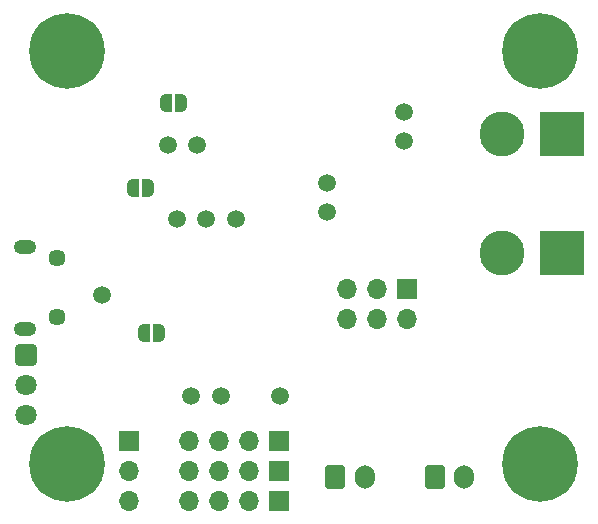
<source format=gbs>
G04 #@! TF.GenerationSoftware,KiCad,Pcbnew,(5.99.0-10089-gf88d39b4f0)*
G04 #@! TF.CreationDate,2021-04-05T01:24:08-04:00*
G04 #@! TF.ProjectId,BattlebotsController,42617474-6c65-4626-9f74-73436f6e7472,rev?*
G04 #@! TF.SameCoordinates,PXb795120PY57bcf00*
G04 #@! TF.FileFunction,Soldermask,Bot*
G04 #@! TF.FilePolarity,Negative*
%FSLAX46Y46*%
G04 Gerber Fmt 4.6, Leading zero omitted, Abs format (unit mm)*
G04 Created by KiCad (PCBNEW (5.99.0-10089-gf88d39b4f0)) date 2021-04-05 01:24:08*
%MOMM*%
%LPD*%
G01*
G04 APERTURE LIST*
G04 Aperture macros list*
%AMRoundRect*
0 Rectangle with rounded corners*
0 $1 Rounding radius*
0 $2 $3 $4 $5 $6 $7 $8 $9 X,Y pos of 4 corners*
0 Add a 4 corners polygon primitive as box body*
4,1,4,$2,$3,$4,$5,$6,$7,$8,$9,$2,$3,0*
0 Add four circle primitives for the rounded corners*
1,1,$1+$1,$2,$3*
1,1,$1+$1,$4,$5*
1,1,$1+$1,$6,$7*
1,1,$1+$1,$8,$9*
0 Add four rect primitives between the rounded corners*
20,1,$1+$1,$2,$3,$4,$5,0*
20,1,$1+$1,$4,$5,$6,$7,0*
20,1,$1+$1,$6,$7,$8,$9,0*
20,1,$1+$1,$8,$9,$2,$3,0*%
%AMFreePoly0*
4,1,27,0.500000,-0.750000,0.000000,-0.750000,0.000000,-0.747953,-0.027911,-0.749220,-0.127723,-0.733412,-0.222318,-0.697856,-0.307831,-0.644005,-0.380769,-0.574060,-0.438153,-0.490877,-0.477639,-0.397854,-0.497614,-0.298791,-0.497444,-0.250000,-0.500000,-0.250000,-0.500000,0.250000,-0.497444,0.250000,-0.497261,0.302264,-0.476595,0.401185,-0.436461,0.493930,-0.378498,0.576710,-0.305073,0.646145,
-0.219186,0.699397,-0.124345,0.734292,-0.024425,0.749403,0.000000,0.748123,0.000000,0.750000,0.500000,0.750000,0.500000,-0.750000,0.500000,-0.750000,$1*%
%AMFreePoly1*
4,1,24,0.000000,0.748123,0.076493,0.744114,0.174286,0.718641,0.264960,0.674024,0.344810,0.612086,0.410575,0.535357,0.459568,0.446971,0.489788,0.350539,0.500000,0.250000,0.500000,-0.250000,0.499988,-0.253491,0.489074,-0.353956,0.458181,-0.450175,0.408572,-0.538216,0.342274,-0.614484,0.261993,-0.675863,0.171010,-0.719846,0.073042,-0.744636,0.000000,-0.747953,0.000000,-0.750000,
-0.500000,-0.750000,-0.500000,0.750000,0.000000,0.750000,0.000000,0.748123,0.000000,0.748123,$1*%
G04 Aperture macros list end*
%ADD10R,1.700000X1.700000*%
%ADD11O,1.700000X1.700000*%
%ADD12C,0.800000*%
%ADD13C,6.400000*%
%ADD14O,1.900000X1.200000*%
%ADD15C,1.450000*%
%ADD16R,3.800000X3.800000*%
%ADD17C,3.800000*%
%ADD18RoundRect,0.250000X-0.600000X-0.750000X0.600000X-0.750000X0.600000X0.750000X-0.600000X0.750000X0*%
%ADD19O,1.700000X2.000000*%
%ADD20RoundRect,0.250200X-0.649800X0.649800X-0.649800X-0.649800X0.649800X-0.649800X0.649800X0.649800X0*%
%ADD21C,1.800000*%
%ADD22C,1.500000*%
%ADD23FreePoly0,0.000000*%
%ADD24FreePoly1,0.000000*%
%ADD25FreePoly0,180.000000*%
%ADD26FreePoly1,180.000000*%
G04 APERTURE END LIST*
D10*
G04 #@! TO.C,J4*
X33800000Y19800000D03*
D11*
X33800000Y17260000D03*
X31260000Y19800000D03*
X31260000Y17260000D03*
X28720000Y19800000D03*
X28720000Y17260000D03*
G04 #@! TD*
D10*
G04 #@! TO.C,J5*
X22925200Y6900200D03*
D11*
X20385200Y6900200D03*
X17845200Y6900200D03*
X15305200Y6900200D03*
G04 #@! TD*
D10*
G04 #@! TO.C,J7*
X22925200Y1820200D03*
D11*
X20385200Y1820200D03*
X17845200Y1820200D03*
X15305200Y1820200D03*
G04 #@! TD*
D12*
G04 #@! TO.C,MH1*
X45000000Y7400000D03*
X46697056Y3302944D03*
X42600000Y5000000D03*
X45000000Y2600000D03*
X43302944Y3302944D03*
X43302944Y6697056D03*
X47400000Y5000000D03*
D13*
X45000000Y5000000D03*
D12*
X46697056Y6697056D03*
G04 #@! TD*
G04 #@! TO.C,MH3*
X45000000Y42400000D03*
X46697056Y38302944D03*
D13*
X45000000Y40000000D03*
D12*
X43302944Y41697056D03*
X43302944Y38302944D03*
X46697056Y41697056D03*
X47400000Y40000000D03*
X42600000Y40000000D03*
X45000000Y37600000D03*
G04 #@! TD*
D14*
G04 #@! TO.C,J3*
X1462500Y16400000D03*
X1462500Y23400000D03*
D15*
X4162500Y22400000D03*
X4162500Y17400000D03*
G04 #@! TD*
D12*
G04 #@! TO.C,MH4*
X2600000Y40000000D03*
X3302944Y38302944D03*
X5000000Y37600000D03*
D13*
X5000000Y40000000D03*
D12*
X6697056Y41697056D03*
X3302944Y41697056D03*
X5000000Y42400000D03*
X7400000Y40000000D03*
X6697056Y38302944D03*
G04 #@! TD*
D10*
G04 #@! TO.C,J6*
X22925200Y4360200D03*
D11*
X20385200Y4360200D03*
X17845200Y4360200D03*
X15305200Y4360200D03*
G04 #@! TD*
D16*
G04 #@! TO.C,J8*
X46850000Y32900000D03*
D17*
X41850000Y32900000D03*
G04 #@! TD*
D16*
G04 #@! TO.C,J9*
X46850000Y22900000D03*
D17*
X41850000Y22900000D03*
G04 #@! TD*
D18*
G04 #@! TO.C,J2*
X36100000Y3900000D03*
D19*
X38600000Y3900000D03*
G04 #@! TD*
D18*
G04 #@! TO.C,J1*
X27700000Y3900000D03*
D19*
X30200000Y3900000D03*
G04 #@! TD*
D12*
G04 #@! TO.C,MH2*
X3302944Y3302944D03*
X6697056Y6697056D03*
X5000000Y7400000D03*
X6697056Y3302944D03*
X3302944Y6697056D03*
X2600000Y5000000D03*
X7400000Y5000000D03*
D13*
X5000000Y5000000D03*
D12*
X5000000Y2600000D03*
G04 #@! TD*
D10*
G04 #@! TO.C,J10*
X10225200Y6900200D03*
D11*
X10225200Y4360200D03*
X10225200Y1820200D03*
G04 #@! TD*
D20*
G04 #@! TO.C,U3*
X1500000Y14240000D03*
D21*
X1500000Y11700000D03*
X1500000Y9160000D03*
G04 #@! TD*
D22*
G04 #@! TO.C,TP2*
X16000000Y32000000D03*
G04 #@! TD*
G04 #@! TO.C,TP6*
X14250000Y25750000D03*
G04 #@! TD*
G04 #@! TO.C,TP7*
X26997500Y28800000D03*
G04 #@! TD*
G04 #@! TO.C,TP8*
X26997500Y26300000D03*
G04 #@! TD*
G04 #@! TO.C,TP3*
X13500000Y32000000D03*
G04 #@! TD*
G04 #@! TO.C,TP11*
X15500000Y10750000D03*
G04 #@! TD*
D23*
G04 #@! TO.C,JP3*
X10550000Y28400000D03*
D24*
X11850000Y28400000D03*
G04 #@! TD*
D22*
G04 #@! TO.C,TP1*
X7900000Y19300000D03*
G04 #@! TD*
G04 #@! TO.C,TP4*
X19250000Y25750000D03*
G04 #@! TD*
G04 #@! TO.C,TP10*
X33500000Y34800000D03*
G04 #@! TD*
G04 #@! TO.C,TP5*
X16750000Y25750000D03*
G04 #@! TD*
G04 #@! TO.C,TP9*
X33500000Y32300000D03*
G04 #@! TD*
G04 #@! TO.C,TP13*
X23000000Y10750000D03*
G04 #@! TD*
D23*
G04 #@! TO.C,JP1*
X11475000Y16100000D03*
D24*
X12775000Y16100000D03*
G04 #@! TD*
D25*
G04 #@! TO.C,JP2*
X14650000Y35600000D03*
D26*
X13350000Y35600000D03*
G04 #@! TD*
D22*
G04 #@! TO.C,TP12*
X18000000Y10750000D03*
G04 #@! TD*
M02*

</source>
